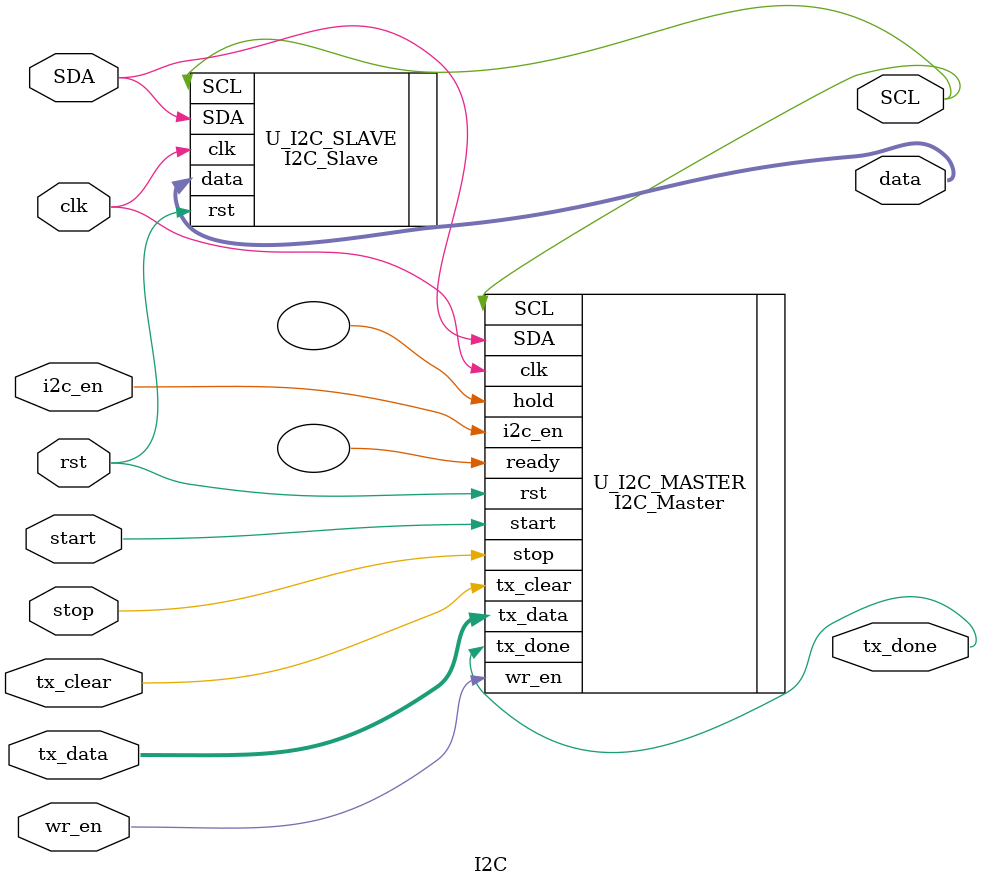
<source format=v>
`timescale 1ns / 1ps

module I2C (
    input        clk,
    input        rst,
    input  [7:0] tx_data,
    input        start,
    input        i2c_en,
    input        wr_en,
    input        stop,
    input        tx_clear,
    inout        SDA,
    output       SCL,
    output [7:0] data,
    output       tx_done
);

    I2C_Master U_I2C_MASTER (
        .clk     (clk),
        .rst     (rst),
        .tx_data (tx_data),
        .tx_done (tx_done),   //
        .hold    (),          //
        .ready   (),          //
        .start   (start),
        .i2c_en  (i2c_en),
        .wr_en   (wr_en),
        .stop    (stop),
        .tx_clear(tx_clear),
        .SDA     (SDA),
        .SCL     (SCL)
    );

    I2C_Slave U_I2C_SLAVE (
        .clk (clk),
        .rst (rst),
        .SDA (SDA),
        .SCL (SCL),
        .data(data)
    );

endmodule

</source>
